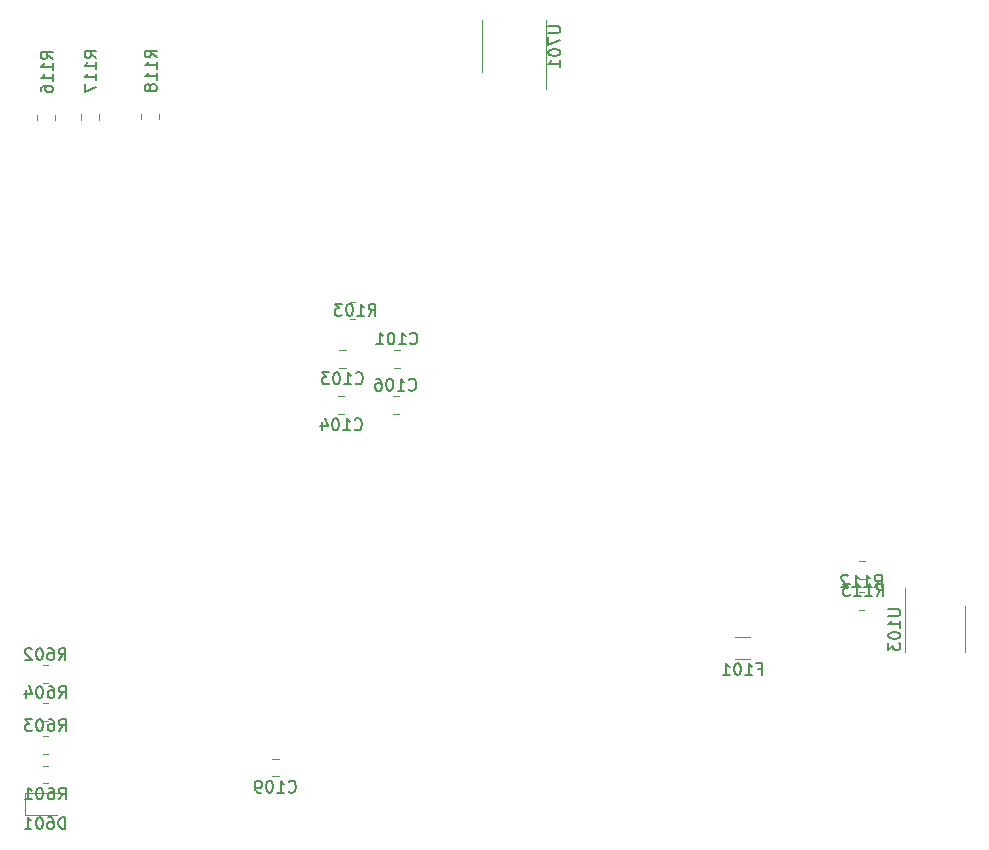
<source format=gbr>
%TF.GenerationSoftware,KiCad,Pcbnew,(6.0.8)*%
%TF.CreationDate,2022-10-21T20:54:02+03:00*%
%TF.ProjectId,commboard,636f6d6d-626f-4617-9264-2e6b69636164,rev?*%
%TF.SameCoordinates,Original*%
%TF.FileFunction,Legend,Bot*%
%TF.FilePolarity,Positive*%
%FSLAX46Y46*%
G04 Gerber Fmt 4.6, Leading zero omitted, Abs format (unit mm)*
G04 Created by KiCad (PCBNEW (6.0.8)) date 2022-10-21 20:54:02*
%MOMM*%
%LPD*%
G01*
G04 APERTURE LIST*
%ADD10C,0.150000*%
%ADD11C,0.120000*%
G04 APERTURE END LIST*
D10*
%TO.C,C103*%
X89349047Y-117555892D02*
X89396666Y-117603511D01*
X89539523Y-117651130D01*
X89634761Y-117651130D01*
X89777619Y-117603511D01*
X89872857Y-117508273D01*
X89920476Y-117413035D01*
X89968095Y-117222559D01*
X89968095Y-117079702D01*
X89920476Y-116889226D01*
X89872857Y-116793988D01*
X89777619Y-116698750D01*
X89634761Y-116651130D01*
X89539523Y-116651130D01*
X89396666Y-116698750D01*
X89349047Y-116746369D01*
X88396666Y-117651130D02*
X88968095Y-117651130D01*
X88682380Y-117651130D02*
X88682380Y-116651130D01*
X88777619Y-116793988D01*
X88872857Y-116889226D01*
X88968095Y-116936845D01*
X87777619Y-116651130D02*
X87682380Y-116651130D01*
X87587142Y-116698750D01*
X87539523Y-116746369D01*
X87491904Y-116841607D01*
X87444285Y-117032083D01*
X87444285Y-117270178D01*
X87491904Y-117460654D01*
X87539523Y-117555892D01*
X87587142Y-117603511D01*
X87682380Y-117651130D01*
X87777619Y-117651130D01*
X87872857Y-117603511D01*
X87920476Y-117555892D01*
X87968095Y-117460654D01*
X88015714Y-117270178D01*
X88015714Y-117032083D01*
X87968095Y-116841607D01*
X87920476Y-116746369D01*
X87872857Y-116698750D01*
X87777619Y-116651130D01*
X87110952Y-116651130D02*
X86491904Y-116651130D01*
X86825238Y-117032083D01*
X86682380Y-117032083D01*
X86587142Y-117079702D01*
X86539523Y-117127321D01*
X86491904Y-117222559D01*
X86491904Y-117460654D01*
X86539523Y-117555892D01*
X86587142Y-117603511D01*
X86682380Y-117651130D01*
X86968095Y-117651130D01*
X87063333Y-117603511D01*
X87110952Y-117555892D01*
%TO.C,R601*%
X64206547Y-152802380D02*
X64539880Y-152326190D01*
X64777976Y-152802380D02*
X64777976Y-151802380D01*
X64397023Y-151802380D01*
X64301785Y-151850000D01*
X64254166Y-151897619D01*
X64206547Y-151992857D01*
X64206547Y-152135714D01*
X64254166Y-152230952D01*
X64301785Y-152278571D01*
X64397023Y-152326190D01*
X64777976Y-152326190D01*
X63349404Y-151802380D02*
X63539880Y-151802380D01*
X63635119Y-151850000D01*
X63682738Y-151897619D01*
X63777976Y-152040476D01*
X63825595Y-152230952D01*
X63825595Y-152611904D01*
X63777976Y-152707142D01*
X63730357Y-152754761D01*
X63635119Y-152802380D01*
X63444642Y-152802380D01*
X63349404Y-152754761D01*
X63301785Y-152707142D01*
X63254166Y-152611904D01*
X63254166Y-152373809D01*
X63301785Y-152278571D01*
X63349404Y-152230952D01*
X63444642Y-152183333D01*
X63635119Y-152183333D01*
X63730357Y-152230952D01*
X63777976Y-152278571D01*
X63825595Y-152373809D01*
X62635119Y-151802380D02*
X62539880Y-151802380D01*
X62444642Y-151850000D01*
X62397023Y-151897619D01*
X62349404Y-151992857D01*
X62301785Y-152183333D01*
X62301785Y-152421428D01*
X62349404Y-152611904D01*
X62397023Y-152707142D01*
X62444642Y-152754761D01*
X62539880Y-152802380D01*
X62635119Y-152802380D01*
X62730357Y-152754761D01*
X62777976Y-152707142D01*
X62825595Y-152611904D01*
X62873214Y-152421428D01*
X62873214Y-152183333D01*
X62825595Y-151992857D01*
X62777976Y-151897619D01*
X62730357Y-151850000D01*
X62635119Y-151802380D01*
X61349404Y-152802380D02*
X61920833Y-152802380D01*
X61635119Y-152802380D02*
X61635119Y-151802380D01*
X61730357Y-151945238D01*
X61825595Y-152040476D01*
X61920833Y-152088095D01*
%TO.C,R116*%
X63692380Y-90093452D02*
X63216190Y-89760119D01*
X63692380Y-89522023D02*
X62692380Y-89522023D01*
X62692380Y-89902976D01*
X62740000Y-89998214D01*
X62787619Y-90045833D01*
X62882857Y-90093452D01*
X63025714Y-90093452D01*
X63120952Y-90045833D01*
X63168571Y-89998214D01*
X63216190Y-89902976D01*
X63216190Y-89522023D01*
X63692380Y-91045833D02*
X63692380Y-90474404D01*
X63692380Y-90760119D02*
X62692380Y-90760119D01*
X62835238Y-90664880D01*
X62930476Y-90569642D01*
X62978095Y-90474404D01*
X63692380Y-91998214D02*
X63692380Y-91426785D01*
X63692380Y-91712500D02*
X62692380Y-91712500D01*
X62835238Y-91617261D01*
X62930476Y-91522023D01*
X62978095Y-91426785D01*
X62692380Y-92855357D02*
X62692380Y-92664880D01*
X62740000Y-92569642D01*
X62787619Y-92522023D01*
X62930476Y-92426785D01*
X63120952Y-92379166D01*
X63501904Y-92379166D01*
X63597142Y-92426785D01*
X63644761Y-92474404D01*
X63692380Y-92569642D01*
X63692380Y-92760119D01*
X63644761Y-92855357D01*
X63597142Y-92902976D01*
X63501904Y-92950595D01*
X63263809Y-92950595D01*
X63168571Y-92902976D01*
X63120952Y-92855357D01*
X63073333Y-92760119D01*
X63073333Y-92569642D01*
X63120952Y-92474404D01*
X63168571Y-92426785D01*
X63263809Y-92379166D01*
%TO.C,R117*%
X67392380Y-90024702D02*
X66916190Y-89691369D01*
X67392380Y-89453273D02*
X66392380Y-89453273D01*
X66392380Y-89834226D01*
X66440000Y-89929464D01*
X66487619Y-89977083D01*
X66582857Y-90024702D01*
X66725714Y-90024702D01*
X66820952Y-89977083D01*
X66868571Y-89929464D01*
X66916190Y-89834226D01*
X66916190Y-89453273D01*
X67392380Y-90977083D02*
X67392380Y-90405654D01*
X67392380Y-90691369D02*
X66392380Y-90691369D01*
X66535238Y-90596130D01*
X66630476Y-90500892D01*
X66678095Y-90405654D01*
X67392380Y-91929464D02*
X67392380Y-91358035D01*
X67392380Y-91643750D02*
X66392380Y-91643750D01*
X66535238Y-91548511D01*
X66630476Y-91453273D01*
X66678095Y-91358035D01*
X66392380Y-92262797D02*
X66392380Y-92929464D01*
X67392380Y-92500892D01*
%TO.C,R118*%
X72492380Y-89980952D02*
X72016190Y-89647619D01*
X72492380Y-89409523D02*
X71492380Y-89409523D01*
X71492380Y-89790476D01*
X71540000Y-89885714D01*
X71587619Y-89933333D01*
X71682857Y-89980952D01*
X71825714Y-89980952D01*
X71920952Y-89933333D01*
X71968571Y-89885714D01*
X72016190Y-89790476D01*
X72016190Y-89409523D01*
X72492380Y-90933333D02*
X72492380Y-90361904D01*
X72492380Y-90647619D02*
X71492380Y-90647619D01*
X71635238Y-90552380D01*
X71730476Y-90457142D01*
X71778095Y-90361904D01*
X72492380Y-91885714D02*
X72492380Y-91314285D01*
X72492380Y-91600000D02*
X71492380Y-91600000D01*
X71635238Y-91504761D01*
X71730476Y-91409523D01*
X71778095Y-91314285D01*
X71920952Y-92457142D02*
X71873333Y-92361904D01*
X71825714Y-92314285D01*
X71730476Y-92266666D01*
X71682857Y-92266666D01*
X71587619Y-92314285D01*
X71540000Y-92361904D01*
X71492380Y-92457142D01*
X71492380Y-92647619D01*
X71540000Y-92742857D01*
X71587619Y-92790476D01*
X71682857Y-92838095D01*
X71730476Y-92838095D01*
X71825714Y-92790476D01*
X71873333Y-92742857D01*
X71920952Y-92647619D01*
X71920952Y-92457142D01*
X71968571Y-92361904D01*
X72016190Y-92314285D01*
X72111428Y-92266666D01*
X72301904Y-92266666D01*
X72397142Y-92314285D01*
X72444761Y-92361904D01*
X72492380Y-92457142D01*
X72492380Y-92647619D01*
X72444761Y-92742857D01*
X72397142Y-92790476D01*
X72301904Y-92838095D01*
X72111428Y-92838095D01*
X72016190Y-92790476D01*
X71968571Y-92742857D01*
X71920952Y-92647619D01*
%TO.C,U103*%
X134452380Y-136685714D02*
X135261904Y-136685714D01*
X135357142Y-136733333D01*
X135404761Y-136780952D01*
X135452380Y-136876190D01*
X135452380Y-137066666D01*
X135404761Y-137161904D01*
X135357142Y-137209523D01*
X135261904Y-137257142D01*
X134452380Y-137257142D01*
X135452380Y-138257142D02*
X135452380Y-137685714D01*
X135452380Y-137971428D02*
X134452380Y-137971428D01*
X134595238Y-137876190D01*
X134690476Y-137780952D01*
X134738095Y-137685714D01*
X134452380Y-138876190D02*
X134452380Y-138971428D01*
X134500000Y-139066666D01*
X134547619Y-139114285D01*
X134642857Y-139161904D01*
X134833333Y-139209523D01*
X135071428Y-139209523D01*
X135261904Y-139161904D01*
X135357142Y-139114285D01*
X135404761Y-139066666D01*
X135452380Y-138971428D01*
X135452380Y-138876190D01*
X135404761Y-138780952D01*
X135357142Y-138733333D01*
X135261904Y-138685714D01*
X135071428Y-138638095D01*
X134833333Y-138638095D01*
X134642857Y-138685714D01*
X134547619Y-138733333D01*
X134500000Y-138780952D01*
X134452380Y-138876190D01*
X134452380Y-139542857D02*
X134452380Y-140161904D01*
X134833333Y-139828571D01*
X134833333Y-139971428D01*
X134880952Y-140066666D01*
X134928571Y-140114285D01*
X135023809Y-140161904D01*
X135261904Y-140161904D01*
X135357142Y-140114285D01*
X135404761Y-140066666D01*
X135452380Y-139971428D01*
X135452380Y-139685714D01*
X135404761Y-139590476D01*
X135357142Y-139542857D01*
%TO.C,R103*%
X90433611Y-111852380D02*
X90766944Y-111376190D01*
X91005040Y-111852380D02*
X91005040Y-110852380D01*
X90624087Y-110852380D01*
X90528849Y-110900000D01*
X90481230Y-110947619D01*
X90433611Y-111042857D01*
X90433611Y-111185714D01*
X90481230Y-111280952D01*
X90528849Y-111328571D01*
X90624087Y-111376190D01*
X91005040Y-111376190D01*
X89481230Y-111852380D02*
X90052659Y-111852380D01*
X89766944Y-111852380D02*
X89766944Y-110852380D01*
X89862183Y-110995238D01*
X89957421Y-111090476D01*
X90052659Y-111138095D01*
X88862183Y-110852380D02*
X88766944Y-110852380D01*
X88671706Y-110900000D01*
X88624087Y-110947619D01*
X88576468Y-111042857D01*
X88528849Y-111233333D01*
X88528849Y-111471428D01*
X88576468Y-111661904D01*
X88624087Y-111757142D01*
X88671706Y-111804761D01*
X88766944Y-111852380D01*
X88862183Y-111852380D01*
X88957421Y-111804761D01*
X89005040Y-111757142D01*
X89052659Y-111661904D01*
X89100278Y-111471428D01*
X89100278Y-111233333D01*
X89052659Y-111042857D01*
X89005040Y-110947619D01*
X88957421Y-110900000D01*
X88862183Y-110852380D01*
X88195516Y-110852380D02*
X87576468Y-110852380D01*
X87909802Y-111233333D01*
X87766944Y-111233333D01*
X87671706Y-111280952D01*
X87624087Y-111328571D01*
X87576468Y-111423809D01*
X87576468Y-111661904D01*
X87624087Y-111757142D01*
X87671706Y-111804761D01*
X87766944Y-111852380D01*
X88052659Y-111852380D01*
X88147897Y-111804761D01*
X88195516Y-111757142D01*
%TO.C,R113*%
X133444047Y-135552380D02*
X133777380Y-135076190D01*
X134015476Y-135552380D02*
X134015476Y-134552380D01*
X133634523Y-134552380D01*
X133539285Y-134600000D01*
X133491666Y-134647619D01*
X133444047Y-134742857D01*
X133444047Y-134885714D01*
X133491666Y-134980952D01*
X133539285Y-135028571D01*
X133634523Y-135076190D01*
X134015476Y-135076190D01*
X132491666Y-135552380D02*
X133063095Y-135552380D01*
X132777380Y-135552380D02*
X132777380Y-134552380D01*
X132872619Y-134695238D01*
X132967857Y-134790476D01*
X133063095Y-134838095D01*
X131539285Y-135552380D02*
X132110714Y-135552380D01*
X131825000Y-135552380D02*
X131825000Y-134552380D01*
X131920238Y-134695238D01*
X132015476Y-134790476D01*
X132110714Y-134838095D01*
X131205952Y-134552380D02*
X130586904Y-134552380D01*
X130920238Y-134933333D01*
X130777380Y-134933333D01*
X130682142Y-134980952D01*
X130634523Y-135028571D01*
X130586904Y-135123809D01*
X130586904Y-135361904D01*
X130634523Y-135457142D01*
X130682142Y-135504761D01*
X130777380Y-135552380D01*
X131063095Y-135552380D01*
X131158333Y-135504761D01*
X131205952Y-135457142D01*
%TO.C,C101*%
X93949047Y-114195892D02*
X93996666Y-114243511D01*
X94139523Y-114291130D01*
X94234761Y-114291130D01*
X94377619Y-114243511D01*
X94472857Y-114148273D01*
X94520476Y-114053035D01*
X94568095Y-113862559D01*
X94568095Y-113719702D01*
X94520476Y-113529226D01*
X94472857Y-113433988D01*
X94377619Y-113338750D01*
X94234761Y-113291130D01*
X94139523Y-113291130D01*
X93996666Y-113338750D01*
X93949047Y-113386369D01*
X92996666Y-114291130D02*
X93568095Y-114291130D01*
X93282380Y-114291130D02*
X93282380Y-113291130D01*
X93377619Y-113433988D01*
X93472857Y-113529226D01*
X93568095Y-113576845D01*
X92377619Y-113291130D02*
X92282380Y-113291130D01*
X92187142Y-113338750D01*
X92139523Y-113386369D01*
X92091904Y-113481607D01*
X92044285Y-113672083D01*
X92044285Y-113910178D01*
X92091904Y-114100654D01*
X92139523Y-114195892D01*
X92187142Y-114243511D01*
X92282380Y-114291130D01*
X92377619Y-114291130D01*
X92472857Y-114243511D01*
X92520476Y-114195892D01*
X92568095Y-114100654D01*
X92615714Y-113910178D01*
X92615714Y-113672083D01*
X92568095Y-113481607D01*
X92520476Y-113386369D01*
X92472857Y-113338750D01*
X92377619Y-113291130D01*
X91091904Y-114291130D02*
X91663333Y-114291130D01*
X91377619Y-114291130D02*
X91377619Y-113291130D01*
X91472857Y-113433988D01*
X91568095Y-113529226D01*
X91663333Y-113576845D01*
%TO.C,C104*%
X89249047Y-121455892D02*
X89296666Y-121503511D01*
X89439523Y-121551130D01*
X89534761Y-121551130D01*
X89677619Y-121503511D01*
X89772857Y-121408273D01*
X89820476Y-121313035D01*
X89868095Y-121122559D01*
X89868095Y-120979702D01*
X89820476Y-120789226D01*
X89772857Y-120693988D01*
X89677619Y-120598750D01*
X89534761Y-120551130D01*
X89439523Y-120551130D01*
X89296666Y-120598750D01*
X89249047Y-120646369D01*
X88296666Y-121551130D02*
X88868095Y-121551130D01*
X88582380Y-121551130D02*
X88582380Y-120551130D01*
X88677619Y-120693988D01*
X88772857Y-120789226D01*
X88868095Y-120836845D01*
X87677619Y-120551130D02*
X87582380Y-120551130D01*
X87487142Y-120598750D01*
X87439523Y-120646369D01*
X87391904Y-120741607D01*
X87344285Y-120932083D01*
X87344285Y-121170178D01*
X87391904Y-121360654D01*
X87439523Y-121455892D01*
X87487142Y-121503511D01*
X87582380Y-121551130D01*
X87677619Y-121551130D01*
X87772857Y-121503511D01*
X87820476Y-121455892D01*
X87868095Y-121360654D01*
X87915714Y-121170178D01*
X87915714Y-120932083D01*
X87868095Y-120741607D01*
X87820476Y-120646369D01*
X87772857Y-120598750D01*
X87677619Y-120551130D01*
X86487142Y-120884464D02*
X86487142Y-121551130D01*
X86725238Y-120503511D02*
X86963333Y-121217797D01*
X86344285Y-121217797D01*
%TO.C,R112*%
X133306547Y-134802380D02*
X133639880Y-134326190D01*
X133877976Y-134802380D02*
X133877976Y-133802380D01*
X133497023Y-133802380D01*
X133401785Y-133850000D01*
X133354166Y-133897619D01*
X133306547Y-133992857D01*
X133306547Y-134135714D01*
X133354166Y-134230952D01*
X133401785Y-134278571D01*
X133497023Y-134326190D01*
X133877976Y-134326190D01*
X132354166Y-134802380D02*
X132925595Y-134802380D01*
X132639880Y-134802380D02*
X132639880Y-133802380D01*
X132735119Y-133945238D01*
X132830357Y-134040476D01*
X132925595Y-134088095D01*
X131401785Y-134802380D02*
X131973214Y-134802380D01*
X131687500Y-134802380D02*
X131687500Y-133802380D01*
X131782738Y-133945238D01*
X131877976Y-134040476D01*
X131973214Y-134088095D01*
X131020833Y-133897619D02*
X130973214Y-133850000D01*
X130877976Y-133802380D01*
X130639880Y-133802380D01*
X130544642Y-133850000D01*
X130497023Y-133897619D01*
X130449404Y-133992857D01*
X130449404Y-134088095D01*
X130497023Y-134230952D01*
X131068452Y-134802380D01*
X130449404Y-134802380D01*
%TO.C,F101*%
X123385714Y-141748571D02*
X123719047Y-141748571D01*
X123719047Y-142272380D02*
X123719047Y-141272380D01*
X123242857Y-141272380D01*
X122338095Y-142272380D02*
X122909523Y-142272380D01*
X122623809Y-142272380D02*
X122623809Y-141272380D01*
X122719047Y-141415238D01*
X122814285Y-141510476D01*
X122909523Y-141558095D01*
X121719047Y-141272380D02*
X121623809Y-141272380D01*
X121528571Y-141320000D01*
X121480952Y-141367619D01*
X121433333Y-141462857D01*
X121385714Y-141653333D01*
X121385714Y-141891428D01*
X121433333Y-142081904D01*
X121480952Y-142177142D01*
X121528571Y-142224761D01*
X121623809Y-142272380D01*
X121719047Y-142272380D01*
X121814285Y-142224761D01*
X121861904Y-142177142D01*
X121909523Y-142081904D01*
X121957142Y-141891428D01*
X121957142Y-141653333D01*
X121909523Y-141462857D01*
X121861904Y-141367619D01*
X121814285Y-141320000D01*
X121719047Y-141272380D01*
X120433333Y-142272380D02*
X121004761Y-142272380D01*
X120719047Y-142272380D02*
X120719047Y-141272380D01*
X120814285Y-141415238D01*
X120909523Y-141510476D01*
X121004761Y-141558095D01*
%TO.C,C106*%
X93849047Y-118095892D02*
X93896666Y-118143511D01*
X94039523Y-118191130D01*
X94134761Y-118191130D01*
X94277619Y-118143511D01*
X94372857Y-118048273D01*
X94420476Y-117953035D01*
X94468095Y-117762559D01*
X94468095Y-117619702D01*
X94420476Y-117429226D01*
X94372857Y-117333988D01*
X94277619Y-117238750D01*
X94134761Y-117191130D01*
X94039523Y-117191130D01*
X93896666Y-117238750D01*
X93849047Y-117286369D01*
X92896666Y-118191130D02*
X93468095Y-118191130D01*
X93182380Y-118191130D02*
X93182380Y-117191130D01*
X93277619Y-117333988D01*
X93372857Y-117429226D01*
X93468095Y-117476845D01*
X92277619Y-117191130D02*
X92182380Y-117191130D01*
X92087142Y-117238750D01*
X92039523Y-117286369D01*
X91991904Y-117381607D01*
X91944285Y-117572083D01*
X91944285Y-117810178D01*
X91991904Y-118000654D01*
X92039523Y-118095892D01*
X92087142Y-118143511D01*
X92182380Y-118191130D01*
X92277619Y-118191130D01*
X92372857Y-118143511D01*
X92420476Y-118095892D01*
X92468095Y-118000654D01*
X92515714Y-117810178D01*
X92515714Y-117572083D01*
X92468095Y-117381607D01*
X92420476Y-117286369D01*
X92372857Y-117238750D01*
X92277619Y-117191130D01*
X91087142Y-117191130D02*
X91277619Y-117191130D01*
X91372857Y-117238750D01*
X91420476Y-117286369D01*
X91515714Y-117429226D01*
X91563333Y-117619702D01*
X91563333Y-118000654D01*
X91515714Y-118095892D01*
X91468095Y-118143511D01*
X91372857Y-118191130D01*
X91182380Y-118191130D01*
X91087142Y-118143511D01*
X91039523Y-118095892D01*
X90991904Y-118000654D01*
X90991904Y-117762559D01*
X91039523Y-117667321D01*
X91087142Y-117619702D01*
X91182380Y-117572083D01*
X91372857Y-117572083D01*
X91468095Y-117619702D01*
X91515714Y-117667321D01*
X91563333Y-117762559D01*
%TO.C,R603*%
X64206547Y-147002380D02*
X64539880Y-146526190D01*
X64777976Y-147002380D02*
X64777976Y-146002380D01*
X64397023Y-146002380D01*
X64301785Y-146050000D01*
X64254166Y-146097619D01*
X64206547Y-146192857D01*
X64206547Y-146335714D01*
X64254166Y-146430952D01*
X64301785Y-146478571D01*
X64397023Y-146526190D01*
X64777976Y-146526190D01*
X63349404Y-146002380D02*
X63539880Y-146002380D01*
X63635119Y-146050000D01*
X63682738Y-146097619D01*
X63777976Y-146240476D01*
X63825595Y-146430952D01*
X63825595Y-146811904D01*
X63777976Y-146907142D01*
X63730357Y-146954761D01*
X63635119Y-147002380D01*
X63444642Y-147002380D01*
X63349404Y-146954761D01*
X63301785Y-146907142D01*
X63254166Y-146811904D01*
X63254166Y-146573809D01*
X63301785Y-146478571D01*
X63349404Y-146430952D01*
X63444642Y-146383333D01*
X63635119Y-146383333D01*
X63730357Y-146430952D01*
X63777976Y-146478571D01*
X63825595Y-146573809D01*
X62635119Y-146002380D02*
X62539880Y-146002380D01*
X62444642Y-146050000D01*
X62397023Y-146097619D01*
X62349404Y-146192857D01*
X62301785Y-146383333D01*
X62301785Y-146621428D01*
X62349404Y-146811904D01*
X62397023Y-146907142D01*
X62444642Y-146954761D01*
X62539880Y-147002380D01*
X62635119Y-147002380D01*
X62730357Y-146954761D01*
X62777976Y-146907142D01*
X62825595Y-146811904D01*
X62873214Y-146621428D01*
X62873214Y-146383333D01*
X62825595Y-146192857D01*
X62777976Y-146097619D01*
X62730357Y-146050000D01*
X62635119Y-146002380D01*
X61968452Y-146002380D02*
X61349404Y-146002380D01*
X61682738Y-146383333D01*
X61539880Y-146383333D01*
X61444642Y-146430952D01*
X61397023Y-146478571D01*
X61349404Y-146573809D01*
X61349404Y-146811904D01*
X61397023Y-146907142D01*
X61444642Y-146954761D01*
X61539880Y-147002380D01*
X61825595Y-147002380D01*
X61920833Y-146954761D01*
X61968452Y-146907142D01*
%TO.C,U701*%
X105657380Y-87329464D02*
X106466904Y-87329464D01*
X106562142Y-87377083D01*
X106609761Y-87424702D01*
X106657380Y-87519940D01*
X106657380Y-87710416D01*
X106609761Y-87805654D01*
X106562142Y-87853273D01*
X106466904Y-87900892D01*
X105657380Y-87900892D01*
X105657380Y-88281845D02*
X105657380Y-88948511D01*
X106657380Y-88519940D01*
X105657380Y-89519940D02*
X105657380Y-89615178D01*
X105705000Y-89710416D01*
X105752619Y-89758035D01*
X105847857Y-89805654D01*
X106038333Y-89853273D01*
X106276428Y-89853273D01*
X106466904Y-89805654D01*
X106562142Y-89758035D01*
X106609761Y-89710416D01*
X106657380Y-89615178D01*
X106657380Y-89519940D01*
X106609761Y-89424702D01*
X106562142Y-89377083D01*
X106466904Y-89329464D01*
X106276428Y-89281845D01*
X106038333Y-89281845D01*
X105847857Y-89329464D01*
X105752619Y-89377083D01*
X105705000Y-89424702D01*
X105657380Y-89519940D01*
X106657380Y-90805654D02*
X106657380Y-90234226D01*
X106657380Y-90519940D02*
X105657380Y-90519940D01*
X105800238Y-90424702D01*
X105895476Y-90329464D01*
X105943095Y-90234226D01*
%TO.C,R604*%
X64206547Y-144202380D02*
X64539880Y-143726190D01*
X64777976Y-144202380D02*
X64777976Y-143202380D01*
X64397023Y-143202380D01*
X64301785Y-143250000D01*
X64254166Y-143297619D01*
X64206547Y-143392857D01*
X64206547Y-143535714D01*
X64254166Y-143630952D01*
X64301785Y-143678571D01*
X64397023Y-143726190D01*
X64777976Y-143726190D01*
X63349404Y-143202380D02*
X63539880Y-143202380D01*
X63635119Y-143250000D01*
X63682738Y-143297619D01*
X63777976Y-143440476D01*
X63825595Y-143630952D01*
X63825595Y-144011904D01*
X63777976Y-144107142D01*
X63730357Y-144154761D01*
X63635119Y-144202380D01*
X63444642Y-144202380D01*
X63349404Y-144154761D01*
X63301785Y-144107142D01*
X63254166Y-144011904D01*
X63254166Y-143773809D01*
X63301785Y-143678571D01*
X63349404Y-143630952D01*
X63444642Y-143583333D01*
X63635119Y-143583333D01*
X63730357Y-143630952D01*
X63777976Y-143678571D01*
X63825595Y-143773809D01*
X62635119Y-143202380D02*
X62539880Y-143202380D01*
X62444642Y-143250000D01*
X62397023Y-143297619D01*
X62349404Y-143392857D01*
X62301785Y-143583333D01*
X62301785Y-143821428D01*
X62349404Y-144011904D01*
X62397023Y-144107142D01*
X62444642Y-144154761D01*
X62539880Y-144202380D01*
X62635119Y-144202380D01*
X62730357Y-144154761D01*
X62777976Y-144107142D01*
X62825595Y-144011904D01*
X62873214Y-143821428D01*
X62873214Y-143583333D01*
X62825595Y-143392857D01*
X62777976Y-143297619D01*
X62730357Y-143250000D01*
X62635119Y-143202380D01*
X61444642Y-143535714D02*
X61444642Y-144202380D01*
X61682738Y-143154761D02*
X61920833Y-143869047D01*
X61301785Y-143869047D01*
%TO.C,R602*%
X64194047Y-141002380D02*
X64527380Y-140526190D01*
X64765476Y-141002380D02*
X64765476Y-140002380D01*
X64384523Y-140002380D01*
X64289285Y-140050000D01*
X64241666Y-140097619D01*
X64194047Y-140192857D01*
X64194047Y-140335714D01*
X64241666Y-140430952D01*
X64289285Y-140478571D01*
X64384523Y-140526190D01*
X64765476Y-140526190D01*
X63336904Y-140002380D02*
X63527380Y-140002380D01*
X63622619Y-140050000D01*
X63670238Y-140097619D01*
X63765476Y-140240476D01*
X63813095Y-140430952D01*
X63813095Y-140811904D01*
X63765476Y-140907142D01*
X63717857Y-140954761D01*
X63622619Y-141002380D01*
X63432142Y-141002380D01*
X63336904Y-140954761D01*
X63289285Y-140907142D01*
X63241666Y-140811904D01*
X63241666Y-140573809D01*
X63289285Y-140478571D01*
X63336904Y-140430952D01*
X63432142Y-140383333D01*
X63622619Y-140383333D01*
X63717857Y-140430952D01*
X63765476Y-140478571D01*
X63813095Y-140573809D01*
X62622619Y-140002380D02*
X62527380Y-140002380D01*
X62432142Y-140050000D01*
X62384523Y-140097619D01*
X62336904Y-140192857D01*
X62289285Y-140383333D01*
X62289285Y-140621428D01*
X62336904Y-140811904D01*
X62384523Y-140907142D01*
X62432142Y-140954761D01*
X62527380Y-141002380D01*
X62622619Y-141002380D01*
X62717857Y-140954761D01*
X62765476Y-140907142D01*
X62813095Y-140811904D01*
X62860714Y-140621428D01*
X62860714Y-140383333D01*
X62813095Y-140192857D01*
X62765476Y-140097619D01*
X62717857Y-140050000D01*
X62622619Y-140002380D01*
X61908333Y-140097619D02*
X61860714Y-140050000D01*
X61765476Y-140002380D01*
X61527380Y-140002380D01*
X61432142Y-140050000D01*
X61384523Y-140097619D01*
X61336904Y-140192857D01*
X61336904Y-140288095D01*
X61384523Y-140430952D01*
X61955952Y-141002380D01*
X61336904Y-141002380D01*
%TO.C,C109*%
X83669047Y-152137142D02*
X83716666Y-152184761D01*
X83859523Y-152232380D01*
X83954761Y-152232380D01*
X84097619Y-152184761D01*
X84192857Y-152089523D01*
X84240476Y-151994285D01*
X84288095Y-151803809D01*
X84288095Y-151660952D01*
X84240476Y-151470476D01*
X84192857Y-151375238D01*
X84097619Y-151280000D01*
X83954761Y-151232380D01*
X83859523Y-151232380D01*
X83716666Y-151280000D01*
X83669047Y-151327619D01*
X82716666Y-152232380D02*
X83288095Y-152232380D01*
X83002380Y-152232380D02*
X83002380Y-151232380D01*
X83097619Y-151375238D01*
X83192857Y-151470476D01*
X83288095Y-151518095D01*
X82097619Y-151232380D02*
X82002380Y-151232380D01*
X81907142Y-151280000D01*
X81859523Y-151327619D01*
X81811904Y-151422857D01*
X81764285Y-151613333D01*
X81764285Y-151851428D01*
X81811904Y-152041904D01*
X81859523Y-152137142D01*
X81907142Y-152184761D01*
X82002380Y-152232380D01*
X82097619Y-152232380D01*
X82192857Y-152184761D01*
X82240476Y-152137142D01*
X82288095Y-152041904D01*
X82335714Y-151851428D01*
X82335714Y-151613333D01*
X82288095Y-151422857D01*
X82240476Y-151327619D01*
X82192857Y-151280000D01*
X82097619Y-151232380D01*
X81288095Y-152232380D02*
X81097619Y-152232380D01*
X81002380Y-152184761D01*
X80954761Y-152137142D01*
X80859523Y-151994285D01*
X80811904Y-151803809D01*
X80811904Y-151422857D01*
X80859523Y-151327619D01*
X80907142Y-151280000D01*
X81002380Y-151232380D01*
X81192857Y-151232380D01*
X81288095Y-151280000D01*
X81335714Y-151327619D01*
X81383333Y-151422857D01*
X81383333Y-151660952D01*
X81335714Y-151756190D01*
X81288095Y-151803809D01*
X81192857Y-151851428D01*
X81002380Y-151851428D01*
X80907142Y-151803809D01*
X80859523Y-151756190D01*
X80811904Y-151660952D01*
%TO.C,D601*%
X64752976Y-155302380D02*
X64752976Y-154302380D01*
X64514880Y-154302380D01*
X64372023Y-154350000D01*
X64276785Y-154445238D01*
X64229166Y-154540476D01*
X64181547Y-154730952D01*
X64181547Y-154873809D01*
X64229166Y-155064285D01*
X64276785Y-155159523D01*
X64372023Y-155254761D01*
X64514880Y-155302380D01*
X64752976Y-155302380D01*
X63324404Y-154302380D02*
X63514880Y-154302380D01*
X63610119Y-154350000D01*
X63657738Y-154397619D01*
X63752976Y-154540476D01*
X63800595Y-154730952D01*
X63800595Y-155111904D01*
X63752976Y-155207142D01*
X63705357Y-155254761D01*
X63610119Y-155302380D01*
X63419642Y-155302380D01*
X63324404Y-155254761D01*
X63276785Y-155207142D01*
X63229166Y-155111904D01*
X63229166Y-154873809D01*
X63276785Y-154778571D01*
X63324404Y-154730952D01*
X63419642Y-154683333D01*
X63610119Y-154683333D01*
X63705357Y-154730952D01*
X63752976Y-154778571D01*
X63800595Y-154873809D01*
X62610119Y-154302380D02*
X62514880Y-154302380D01*
X62419642Y-154350000D01*
X62372023Y-154397619D01*
X62324404Y-154492857D01*
X62276785Y-154683333D01*
X62276785Y-154921428D01*
X62324404Y-155111904D01*
X62372023Y-155207142D01*
X62419642Y-155254761D01*
X62514880Y-155302380D01*
X62610119Y-155302380D01*
X62705357Y-155254761D01*
X62752976Y-155207142D01*
X62800595Y-155111904D01*
X62848214Y-154921428D01*
X62848214Y-154683333D01*
X62800595Y-154492857D01*
X62752976Y-154397619D01*
X62705357Y-154350000D01*
X62610119Y-154302380D01*
X61324404Y-155302380D02*
X61895833Y-155302380D01*
X61610119Y-155302380D02*
X61610119Y-154302380D01*
X61705357Y-154445238D01*
X61800595Y-154540476D01*
X61895833Y-154588095D01*
D11*
%TO.C,C103*%
X87968748Y-116253750D02*
X88491252Y-116253750D01*
X87968748Y-114783750D02*
X88491252Y-114783750D01*
%TO.C,R601*%
X62860436Y-151435000D02*
X63314564Y-151435000D01*
X62860436Y-149965000D02*
X63314564Y-149965000D01*
%TO.C,R116*%
X62405000Y-94872936D02*
X62405000Y-95327064D01*
X63875000Y-94872936D02*
X63875000Y-95327064D01*
%TO.C,R117*%
X67575000Y-94816686D02*
X67575000Y-95270814D01*
X66105000Y-94816686D02*
X66105000Y-95270814D01*
%TO.C,R118*%
X71205000Y-95214564D02*
X71205000Y-94760436D01*
X72675000Y-95214564D02*
X72675000Y-94760436D01*
%TO.C,U103*%
X135840000Y-138400000D02*
X135840000Y-140350000D01*
X140960000Y-138400000D02*
X140960000Y-136450000D01*
X135840000Y-138400000D02*
X135840000Y-134950000D01*
X140960000Y-138400000D02*
X140960000Y-140350000D01*
%TO.C,R103*%
X89314564Y-112135000D02*
X88860436Y-112135000D01*
X89314564Y-110665000D02*
X88860436Y-110665000D01*
%TO.C,R113*%
X132439564Y-134135000D02*
X131985436Y-134135000D01*
X132439564Y-132665000D02*
X131985436Y-132665000D01*
%TO.C,C101*%
X93091252Y-116253750D02*
X92568748Y-116253750D01*
X93091252Y-114783750D02*
X92568748Y-114783750D01*
%TO.C,C104*%
X87868748Y-120153750D02*
X88391252Y-120153750D01*
X87868748Y-118683750D02*
X88391252Y-118683750D01*
%TO.C,R112*%
X132414564Y-136735000D02*
X131960436Y-136735000D01*
X132414564Y-135265000D02*
X131960436Y-135265000D01*
%TO.C,F101*%
X121497936Y-140910000D02*
X122702064Y-140910000D01*
X121497936Y-139090000D02*
X122702064Y-139090000D01*
%TO.C,C106*%
X92991252Y-120153750D02*
X92468748Y-120153750D01*
X92991252Y-118683750D02*
X92468748Y-118683750D01*
%TO.C,R603*%
X63314564Y-147465000D02*
X62860436Y-147465000D01*
X63314564Y-148935000D02*
X62860436Y-148935000D01*
%TO.C,U701*%
X105490000Y-89043750D02*
X105490000Y-86843750D01*
X100020000Y-89043750D02*
X100020000Y-91243750D01*
X100020000Y-89043750D02*
X100020000Y-86843750D01*
X105490000Y-89043750D02*
X105490000Y-92643750D01*
%TO.C,R604*%
X63314564Y-146135000D02*
X62860436Y-146135000D01*
X63314564Y-144665000D02*
X62860436Y-144665000D01*
%TO.C,R602*%
X63302064Y-141465000D02*
X62847936Y-141465000D01*
X63302064Y-142935000D02*
X62847936Y-142935000D01*
%TO.C,C109*%
X82288748Y-150835000D02*
X82811252Y-150835000D01*
X82288748Y-149365000D02*
X82811252Y-149365000D01*
%TO.C,D601*%
X61377500Y-152240000D02*
X64062500Y-152240000D01*
X64062500Y-154160000D02*
X61377500Y-154160000D01*
X61377500Y-154160000D02*
X61377500Y-152240000D01*
%TD*%
M02*

</source>
